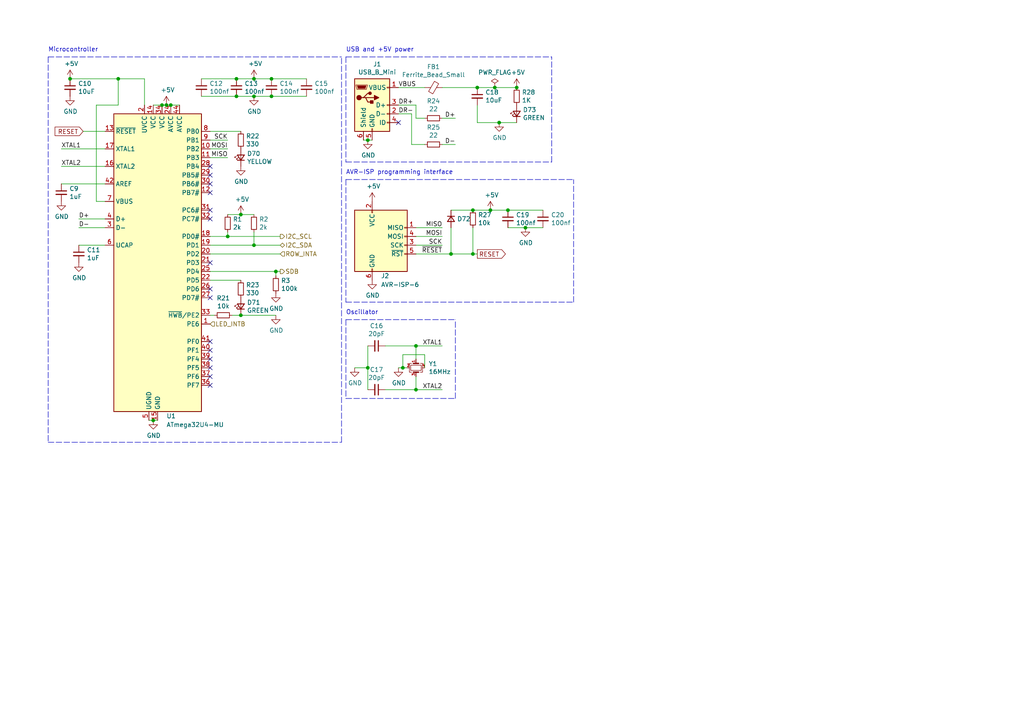
<source format=kicad_sch>
(kicad_sch (version 20211123) (generator eeschema)
  (paper "A4")
  (lib_symbols
    (symbol "Collins-FMS-3000:ATmega32U4-MU"
      (property "Reference" "U" (at -12.7 44.45 0))
      (property "Value" "ATmega32U4-MU" (at 2.54 -44.45 0))
      (symbol "ATmega32U4-MU_0_1"
        (rectangle (start -12.7 -43.18) (end 12.7 43.18) (stroke (width 0.254)) (fill (type background)))
      )
      (symbol "ATmega32U4-MU_1_1"
        (pin bidirectional line (at 15.24 -17.78 180) (length 2.54) (name "PE6") (number "1"))
        (pin bidirectional line (at 15.24 33.02 180) (length 2.54) (name "PB2") (number "10"))
        (pin bidirectional line (at 15.24 30.48 180) (length 2.54) (name "PB3") (number "11"))
        (pin bidirectional line (at 15.24 20.32 180) (length 2.54) (name "PB7#") (number "12"))
        (pin input line (at -15.24 38.1 0) (length 2.54) (name "~{RESET}") (number "13"))
        (pin power_in line (at -1.27 45.72 270) (length 2.54) (name "VCC") (number "14"))
        (pin power_in line (at 0 -45.72 90) (length 2.54) (name "GND") (number "15"))
        (pin output line (at -15.24 27.94 0) (length 2.54) (name "XTAL2") (number "16"))
        (pin input line (at -15.24 33.02 0) (length 2.54) (name "XTAL1") (number "17"))
        (pin bidirectional line (at 15.24 7.62 180) (length 2.54) (name "PD0#") (number "18"))
        (pin bidirectional line (at 15.24 5.08 180) (length 2.54) (name "PD1") (number "19"))
        (pin power_in line (at -3.81 45.72 270) (length 2.54) (name "UVCC") (number "2"))
        (pin bidirectional line (at 15.24 2.54 180) (length 2.54) (name "PD2") (number "20"))
        (pin bidirectional line (at 15.24 0 180) (length 2.54) (name "PD3") (number "21"))
        (pin bidirectional line (at 15.24 -5.08 180) (length 2.54) (name "PD5") (number "22"))
        (pin passive line (at 0 -45.72 90) (length 2.54) hide (name "GND") (number "23"))
        (pin power_in line (at 3.81 45.72 270) (length 2.54) (name "AVCC") (number "24"))
        (pin bidirectional line (at 15.24 -2.54 180) (length 2.54) (name "PD4") (number "25"))
        (pin bidirectional line (at 15.24 -7.62 180) (length 2.54) (name "PD6") (number "26"))
        (pin bidirectional line (at 15.24 -10.16 180) (length 2.54) (name "PD7#") (number "27"))
        (pin bidirectional line (at 15.24 27.94 180) (length 2.54) (name "PB4") (number "28"))
        (pin bidirectional line (at 15.24 25.4 180) (length 2.54) (name "PB5#") (number "29"))
        (pin bidirectional line (at -15.24 10.16 0) (length 2.54) (name "D-") (number "3"))
        (pin bidirectional line (at 15.24 22.86 180) (length 2.54) (name "PB6#") (number "30"))
        (pin bidirectional line (at 15.24 15.24 180) (length 2.54) (name "PC6#") (number "31"))
        (pin bidirectional line (at 15.24 12.7 180) (length 2.54) (name "PC7#") (number "32"))
        (pin bidirectional line (at 15.24 -15.24 180) (length 2.54) (name "~{HWB}/PE2") (number "33"))
        (pin power_in line (at 1.27 45.72 270) (length 2.54) (name "VCC") (number "34"))
        (pin passive line (at 0 -45.72 90) (length 2.54) hide (name "GND") (number "35"))
        (pin bidirectional line (at 15.24 -35.56 180) (length 2.54) (name "PF7") (number "36"))
        (pin bidirectional line (at 15.24 -33.02 180) (length 2.54) (name "PF6") (number "37"))
        (pin bidirectional line (at 15.24 -30.48 180) (length 2.54) (name "PF5") (number "38"))
        (pin bidirectional line (at 15.24 -27.94 180) (length 2.54) (name "PF4") (number "39"))
        (pin bidirectional line (at -15.24 12.7 0) (length 2.54) (name "D+") (number "4"))
        (pin bidirectional line (at 15.24 -25.4 180) (length 2.54) (name "PF1") (number "40"))
        (pin bidirectional line (at 15.24 -22.86 180) (length 2.54) (name "PF0") (number "41"))
        (pin passive line (at -15.24 22.86 0) (length 2.54) (name "AREF") (number "42"))
        (pin passive line (at 0 -45.72 90) (length 2.54) hide (name "GND") (number "43"))
        (pin power_in line (at 6.35 45.72 270) (length 2.54) (name "AVCC") (number "44"))
        (pin passive line (at 0 -45.72 90) (length 2.54) hide (name "GND") (number "45"))
        (pin passive line (at -2.54 -45.72 90) (length 2.54) (name "UGND") (number "5"))
        (pin passive line (at -15.24 5.08 0) (length 2.54) (name "UCAP") (number "6"))
        (pin input line (at -15.24 17.78 0) (length 2.54) (name "VBUS") (number "7"))
        (pin bidirectional line (at 15.24 38.1 180) (length 2.54) (name "PB0") (number "8"))
        (pin bidirectional line (at 15.24 35.56 180) (length 2.54) (name "PB1") (number "9"))
      )
    )
    (symbol "Connector:AVR-ISP-6" (pin_names (offset 1.016))
      (property "Reference" "J" (at -6.35 11.43 0))
      (property "Value" "AVR-ISP-6" (at 0 11.43 0))
      (symbol "AVR-ISP-6_0_1"
        (rectangle (start -2.667 -6.858) (end -2.413 -7.62))
        (rectangle (start -2.667 10.16) (end -2.413 9.398))
        (rectangle (start 7.62 -2.413) (end 6.858 -2.667))
        (rectangle (start 7.62 0.127) (end 6.858 -0.127))
        (rectangle (start 7.62 2.667) (end 6.858 2.413))
        (rectangle (start 7.62 5.207) (end 6.858 4.953))
        (rectangle (start 7.62 10.16) (end -7.62 -7.62) (stroke (width 0.254)) (fill (type background)))
      )
      (symbol "AVR-ISP-6_1_1"
        (pin passive line (at 10.16 5.08 180) (length 2.54) (name "MISO") (number "1"))
        (pin passive line (at -2.54 12.7 270) (length 2.54) (name "VCC") (number "2"))
        (pin passive line (at 10.16 0 180) (length 2.54) (name "SCK") (number "3"))
        (pin passive line (at 10.16 2.54 180) (length 2.54) (name "MOSI") (number "4"))
        (pin passive line (at 10.16 -2.54 180) (length 2.54) (name "~{RST}") (number "5"))
        (pin passive line (at -2.54 -10.16 90) (length 2.54) (name "GND") (number "6"))
      )
    )
    (symbol "Connector:USB_B_Mini" (pin_names (offset 1.016))
      (property "Reference" "J" (at -5.08 11.43 0))
      (property "Value" "USB_B_Mini" (at -5.08 8.89 0))
      (symbol "USB_B_Mini_0_1"
        (rectangle (start -5.08 -7.62) (end 5.08 7.62) (stroke (width 0.254)) (fill (type background)))
        (circle (center -3.81 2.159) (radius 0.635) (stroke (width 0.254)) (fill (type outline)))
        (circle (center -0.635 3.429) (radius 0.381) (stroke (width 0.254)) (fill (type outline)))
        (rectangle (start -0.127 -7.62) (end 0.127 -6.858))
        (polyline (pts (xy -1.905 2.159) (xy 0.635 2.159)) (stroke (width 0.254)))
        (polyline (pts (xy -3.175 2.159) (xy -2.54 2.159) (xy -1.27 3.429) (xy -0.635 3.429)) (stroke (width 0.254)))
        (polyline (pts (xy -2.54 2.159) (xy -1.905 2.159) (xy -1.27 0.889) (xy 0 0.889)) (stroke (width 0.254)))
        (polyline (pts (xy 0.635 2.794) (xy 0.635 1.524) (xy 1.905 2.159) (xy 0.635 2.794)) (stroke (width 0.254)) (fill (type outline)))
        (polyline (pts (xy -4.318 5.588) (xy -1.778 5.588) (xy -2.032 4.826) (xy -4.064 4.826) (xy -4.318 5.588)) (fill (type outline)))
        (polyline (pts (xy -4.699 5.842) (xy -4.699 5.588) (xy -4.445 4.826) (xy -4.445 4.572) (xy -1.651 4.572) (xy -1.651 4.826) (xy -1.397 5.588) (xy -1.397 5.842) (xy -4.699 5.842)))
        (rectangle (start 0.254 1.27) (end -0.508 0.508) (stroke (width 0.254)) (fill (type outline)))
        (rectangle (start 5.08 -5.207) (end 4.318 -4.953))
        (rectangle (start 5.08 -2.667) (end 4.318 -2.413))
        (rectangle (start 5.08 -0.127) (end 4.318 0.127))
        (rectangle (start 5.08 4.953) (end 4.318 5.207))
      )
      (symbol "USB_B_Mini_1_1"
        (pin power_out line (at 7.62 5.08 180) (length 2.54) (name "VBUS") (number "1"))
        (pin bidirectional line (at 7.62 -2.54 180) (length 2.54) (name "D-") (number "2"))
        (pin bidirectional line (at 7.62 0 180) (length 2.54) (name "D+") (number "3"))
        (pin passive line (at 7.62 -5.08 180) (length 2.54) (name "ID") (number "4"))
        (pin power_out line (at 0 -10.16 90) (length 2.54) (name "GND") (number "5"))
        (pin passive line (at -2.54 -10.16 90) (length 2.54) (name "Shield") (number "6"))
      )
    )
    (symbol "Device:C_Small" (pin_numbers hide) (pin_names (offset 0.254) hide)
      (property "Reference" "C" (at 0.254 1.778 0))
      (property "Value" "C_Small" (at 0.254 -2.032 0))
      (symbol "C_Small_0_1"
        (polyline (pts (xy -1.524 -0.508) (xy 1.524 -0.508)) (stroke (width 0.3302)))
        (polyline (pts (xy -1.524 0.508) (xy 1.524 0.508)) (stroke (width 0.3048)))
      )
      (symbol "C_Small_1_1"
        (pin passive line (at 0 2.54 270) (length 2.032) (name "~") (number "1"))
        (pin passive line (at 0 -2.54 90) (length 2.032) (name "~") (number "2"))
      )
    )
    (symbol "Device:Crystal_GND24_Small" (pin_names (offset 1.016) hide)
      (property "Reference" "Y" (at 1.27 4.445 0))
      (property "Value" "Crystal_GND24_Small" (at 1.27 2.54 0))
      (symbol "Crystal_GND24_Small_0_1"
        (rectangle (start -0.762 -1.524) (end 0.762 1.524))
        (polyline (pts (xy -1.27 -0.762) (xy -1.27 0.762)) (stroke (width 0.381)))
        (polyline (pts (xy 1.27 -0.762) (xy 1.27 0.762)) (stroke (width 0.381)))
        (polyline (pts (xy -1.27 -1.27) (xy -1.27 -1.905) (xy 1.27 -1.905) (xy 1.27 -1.27)))
        (polyline (pts (xy -1.27 1.27) (xy -1.27 1.905) (xy 1.27 1.905) (xy 1.27 1.27)))
      )
      (symbol "Crystal_GND24_Small_1_1"
        (pin passive line (at -2.54 0 0) (length 1.27) (name "1") (number "1"))
        (pin passive line (at 0 -2.54 90) (length 0.635) (name "2") (number "2"))
        (pin passive line (at 2.54 0 180) (length 1.27) (name "3") (number "3"))
        (pin passive line (at 0 2.54 270) (length 0.635) (name "4") (number "4"))
      )
    )
    (symbol "Device:D_Small" (pin_numbers hide) (pin_names (offset 0.254) hide)
      (property "Reference" "D" (at -1.27 2.032 0))
      (property "Value" "D_Small" (at -3.81 -2.032 0))
      (symbol "D_Small_0_1"
        (polyline (pts (xy -0.762 -1.016) (xy -0.762 1.016)) (stroke (width 0.254)))
        (polyline (pts (xy -0.762 0) (xy 0.762 0)))
        (polyline (pts (xy 0.762 -1.016) (xy -0.762 0) (xy 0.762 1.016) (xy 0.762 -1.016)) (stroke (width 0.254)))
      )
      (symbol "D_Small_1_1"
        (pin passive line (at -2.54 0 0) (length 1.778) (name "K") (number "1"))
        (pin passive line (at 2.54 0 180) (length 1.778) (name "A") (number "2"))
      )
    )
    (symbol "Device:Ferrite_Bead_Small" (pin_numbers hide) (pin_names (offset 0))
      (property "Reference" "FB" (at 1.905 1.27 0))
      (property "Value" "Device_Ferrite_Bead_Small" (at 1.905 -1.27 0))
      (symbol "Ferrite_Bead_Small_0_1"
        (polyline (pts (xy 0 -1.27) (xy 0 -0.7874)))
        (polyline (pts (xy 0 0.889) (xy 0 1.2954)))
        (polyline (pts (xy -1.8288 0.2794) (xy -1.1176 1.4986) (xy 1.8288 -0.2032) (xy 1.1176 -1.4224) (xy -1.8288 0.2794)))
      )
      (symbol "Ferrite_Bead_Small_1_1"
        (pin passive line (at 0 2.54 270) (length 1.27) (name "~") (number "1"))
        (pin passive line (at 0 -2.54 90) (length 1.27) (name "~") (number "2"))
      )
    )
    (symbol "Device:LED_Small" (pin_numbers hide) (pin_names (offset 0.254) hide)
      (property "Reference" "D" (at -1.27 3.175 0))
      (property "Value" "LED_Small" (at -4.445 -2.54 0))
      (symbol "LED_Small_0_1"
        (polyline (pts (xy -0.762 -1.016) (xy -0.762 1.016)) (stroke (width 0.254)))
        (polyline (pts (xy 1.016 0) (xy -0.762 0)))
        (polyline (pts (xy 0.762 -1.016) (xy -0.762 0) (xy 0.762 1.016) (xy 0.762 -1.016)) (stroke (width 0.254)))
        (polyline (pts (xy 0 0.762) (xy -0.508 1.27) (xy -0.254 1.27) (xy -0.508 1.27) (xy -0.508 1.016)))
        (polyline (pts (xy 0.508 1.27) (xy 0 1.778) (xy 0.254 1.778) (xy 0 1.778) (xy 0 1.524)))
      )
      (symbol "LED_Small_1_1"
        (pin passive line (at -2.54 0 0) (length 1.778) (name "K") (number "1"))
        (pin passive line (at 2.54 0 180) (length 1.778) (name "A") (number "2"))
      )
    )
    (symbol "Device:R_Small" (pin_numbers hide) (pin_names (offset 0.254) hide)
      (property "Reference" "R" (at 0.762 0.508 0))
      (property "Value" "R_Small" (at 0.762 -1.016 0))
      (symbol "R_Small_0_1"
        (rectangle (start -0.762 1.778) (end 0.762 -1.778) (stroke (width 0.2032)))
      )
      (symbol "R_Small_1_1"
        (pin passive line (at 0 2.54 270) (length 0.762) (name "~") (number "1"))
        (pin passive line (at 0 -2.54 90) (length 0.762) (name "~") (number "2"))
      )
    )
    (symbol "power:+5V" (power) (pin_names (offset 0))
      (property "Value" "+5V" (at 0 3.556 0))
      (symbol "+5V_0_1"
        (polyline (pts (xy -0.762 1.27) (xy 0 2.54)))
        (polyline (pts (xy 0 0) (xy 0 2.54)))
        (polyline (pts (xy 0 2.54) (xy 0.762 1.27)))
      )
      (symbol "+5V_1_1"
        (pin power_in line (at 0 0 90) (length 0) hide (name "+5V") (number "1"))
      )
    )
    (symbol "power:GND" (power) (pin_names (offset 0))
      (property "Value" "GND" (at 0 -3.81 0))
      (symbol "GND_0_1"
        (polyline (pts (xy 0 0) (xy 0 -1.27) (xy 1.27 -1.27) (xy 0 -2.54) (xy -1.27 -1.27) (xy 0 -1.27)))
      )
      (symbol "GND_1_1"
        (pin power_in line (at 0 0 270) (length 0) hide (name "GND") (number "1"))
      )
    )
    (symbol "power:PWR_FLAG" (power) (pin_numbers hide) (pin_names (offset 0) hide)
      (property "Value" "PWR_FLAG" (at 0 3.81 0))
      (symbol "PWR_FLAG_0_0"
        (pin power_out line (at 0 0 90) (length 0) (name "pwr") (number "1"))
      )
      (symbol "PWR_FLAG_0_1"
        (polyline (pts (xy 0 0) (xy 0 1.27) (xy -1.016 1.905) (xy 0 2.54) (xy 1.016 1.905) (xy 0 1.27)))
      )
    )
  )
  (junction (at 66.04 68.58))
  (junction (at 68.58 22.86))
  (junction (at 68.58 27.94))
  (junction (at 78.74 27.94))
  (junction (at 120.65 113.03))
  (junction (at 138.43 25.4))
  (junction (at 120.65 100.33))
  (junction (at 144.78 35.56))
  (junction (at 49.53 30.48))
  (junction (at 116.84 106.68))
  (junction (at 44.45 121.92))
  (junction (at 73.66 27.94))
  (junction (at 137.16 60.96))
  (junction (at 20.32 22.86))
  (junction (at 78.74 22.86))
  (junction (at 147.32 60.96))
  (junction (at 73.66 71.12))
  (junction (at 69.85 91.44))
  (junction (at 46.99 30.48))
  (junction (at 137.16 73.66))
  (junction (at 73.66 22.86))
  (junction (at 106.68 40.64))
  (junction (at 130.81 73.66))
  (junction (at 34.29 22.86))
  (junction (at 48.26 30.48))
  (junction (at 69.85 62.23))
  (junction (at 149.86 25.4))
  (junction (at 106.68 106.68))
  (junction (at 152.4 66.04))
  (junction (at 80.01 78.74))
  (junction (at 142.24 60.96))
  (junction (at 143.51 25.4))
  (no_connect (at 60.96 109.22))
  (no_connect (at 60.96 55.88))
  (no_connect (at 60.96 76.2))
  (no_connect (at 115.57 35.56))
  (no_connect (at 60.96 83.82))
  (no_connect (at 60.96 111.76))
  (no_connect (at 60.96 106.68))
  (no_connect (at 60.96 101.6))
  (no_connect (at 60.96 48.26))
  (no_connect (at 60.96 63.5))
  (no_connect (at 60.96 86.36))
  (no_connect (at 60.96 50.8))
  (no_connect (at 60.96 99.06))
  (no_connect (at 60.96 53.34))
  (no_connect (at 60.96 60.96))
  (no_connect (at 60.96 104.14))
  (polyline (pts (xy 13.97 16.51) (xy 99.06 16.51)))
  (polyline (pts (xy 100.33 92.71) (xy 132.08 92.71)))
  (wire (pts (xy 66.04 62.23) (xy 69.85 62.23)))
  (wire (pts (xy 106.68 100.33) (xy 106.68 106.68)))
  (polyline (pts (xy 99.06 128.27) (xy 99.06 16.51)))
  (wire (pts (xy 120.65 73.66) (xy 130.81 73.66)))
  (wire (pts (xy 34.29 30.48) (xy 27.94 30.48)))
  (wire (pts (xy 81.28 73.66) (xy 60.96 73.66)))
  (wire (pts (xy 120.65 109.22) (xy 120.65 113.03)))
  (wire (pts (xy 106.68 106.68) (xy 102.87 106.68)))
  (polyline (pts (xy 100.33 115.57) (xy 132.08 115.57)))
  (wire (pts (xy 34.29 22.86) (xy 34.29 30.48)))
  (wire (pts (xy 34.29 22.86) (xy 20.32 22.86)))
  (wire (pts (xy 142.24 60.96) (xy 147.32 60.96)))
  (wire (pts (xy 120.65 66.04) (xy 128.27 66.04)))
  (wire (pts (xy 115.57 30.48) (xy 120.65 30.48)))
  (wire (pts (xy 27.94 30.48) (xy 27.94 58.42)))
  (wire (pts (xy 73.66 22.86) (xy 78.74 22.86)))
  (wire (pts (xy 60.96 78.74) (xy 80.01 78.74)))
  (wire (pts (xy 120.65 113.03) (xy 128.27 113.03)))
  (wire (pts (xy 60.96 43.18) (xy 66.04 43.18)))
  (wire (pts (xy 27.94 58.42) (xy 30.48 58.42)))
  (wire (pts (xy 80.01 91.44) (xy 69.85 91.44)))
  (polyline (pts (xy 100.33 92.71) (xy 100.33 115.57)))
  (wire (pts (xy 147.32 60.96) (xy 157.48 60.96)))
  (wire (pts (xy 30.48 63.5) (xy 22.86 63.5)))
  (wire (pts (xy 88.9 27.94) (xy 78.74 27.94)))
  (wire (pts (xy 44.45 30.48) (xy 46.99 30.48)))
  (wire (pts (xy 60.96 45.72) (xy 66.04 45.72)))
  (wire (pts (xy 111.76 100.33) (xy 120.65 100.33)))
  (wire (pts (xy 30.48 48.26) (xy 17.78 48.26)))
  (wire (pts (xy 60.96 68.58) (xy 66.04 68.58)))
  (wire (pts (xy 115.57 33.02) (xy 119.38 33.02)))
  (wire (pts (xy 60.96 40.64) (xy 66.04 40.64)))
  (wire (pts (xy 30.48 53.34) (xy 17.78 53.34)))
  (wire (pts (xy 130.81 66.04) (xy 130.81 73.66)))
  (wire (pts (xy 80.01 80.01) (xy 80.01 78.74)))
  (wire (pts (xy 130.81 73.66) (xy 137.16 73.66)))
  (wire (pts (xy 128.27 25.4) (xy 138.43 25.4)))
  (wire (pts (xy 120.65 113.03) (xy 111.76 113.03)))
  (wire (pts (xy 130.81 60.96) (xy 137.16 60.96)))
  (wire (pts (xy 66.04 68.58) (xy 81.28 68.58)))
  (wire (pts (xy 120.65 30.48) (xy 120.65 34.29)))
  (wire (pts (xy 106.68 106.68) (xy 106.68 113.03)))
  (wire (pts (xy 41.91 22.86) (xy 34.29 22.86)))
  (wire (pts (xy 123.19 102.87) (xy 116.84 102.87)))
  (wire (pts (xy 106.68 40.64) (xy 107.95 40.64)))
  (wire (pts (xy 149.86 25.4) (xy 143.51 25.4)))
  (wire (pts (xy 138.43 30.48) (xy 138.43 35.56)))
  (polyline (pts (xy 100.33 16.51) (xy 160.02 16.51)))
  (wire (pts (xy 73.66 71.12) (xy 81.28 71.12)))
  (wire (pts (xy 115.57 25.4) (xy 123.19 25.4)))
  (wire (pts (xy 116.84 102.87) (xy 116.84 106.68)))
  (wire (pts (xy 123.19 106.68) (xy 123.19 102.87)))
  (wire (pts (xy 46.99 30.48) (xy 48.26 30.48)))
  (wire (pts (xy 30.48 66.04) (xy 22.86 66.04)))
  (wire (pts (xy 73.66 71.12) (xy 73.66 67.31)))
  (wire (pts (xy 147.32 66.04) (xy 152.4 66.04)))
  (wire (pts (xy 68.58 22.86) (xy 73.66 22.86)))
  (wire (pts (xy 30.48 43.18) (xy 17.78 43.18)))
  (wire (pts (xy 67.31 91.44) (xy 69.85 91.44)))
  (wire (pts (xy 69.85 62.23) (xy 73.66 62.23)))
  (wire (pts (xy 68.58 27.94) (xy 58.42 27.94)))
  (wire (pts (xy 105.41 40.64) (xy 106.68 40.64)))
  (polyline (pts (xy 13.97 16.51) (xy 13.97 128.27)))
  (wire (pts (xy 120.65 71.12) (xy 128.27 71.12)))
  (polyline (pts (xy 100.33 52.07) (xy 100.33 87.63)))
  (wire (pts (xy 60.96 71.12) (xy 73.66 71.12)))
  (wire (pts (xy 48.26 30.48) (xy 49.53 30.48)))
  (wire (pts (xy 137.16 73.66) (xy 137.16 66.04)))
  (wire (pts (xy 138.43 73.66) (xy 137.16 73.66)))
  (wire (pts (xy 120.65 100.33) (xy 120.65 104.14)))
  (wire (pts (xy 73.66 27.94) (xy 68.58 27.94)))
  (wire (pts (xy 116.84 106.68) (xy 115.57 106.68)))
  (wire (pts (xy 119.38 33.02) (xy 119.38 41.91)))
  (wire (pts (xy 120.65 34.29) (xy 123.19 34.29)))
  (wire (pts (xy 58.42 22.86) (xy 68.58 22.86)))
  (wire (pts (xy 78.74 22.86) (xy 88.9 22.86)))
  (wire (pts (xy 43.18 121.92) (xy 44.45 121.92)))
  (wire (pts (xy 81.28 78.74) (xy 80.01 78.74)))
  (wire (pts (xy 119.38 41.91) (xy 123.19 41.91)))
  (polyline (pts (xy 100.33 46.99) (xy 160.02 46.99)))
  (wire (pts (xy 30.48 71.12) (xy 22.86 71.12)))
  (wire (pts (xy 128.27 41.91) (xy 132.08 41.91)))
  (wire (pts (xy 52.07 30.48) (xy 49.53 30.48)))
  (wire (pts (xy 137.16 60.96) (xy 142.24 60.96)))
  (wire (pts (xy 41.91 30.48) (xy 41.91 22.86)))
  (wire (pts (xy 60.96 81.28) (xy 69.85 81.28)))
  (polyline (pts (xy 100.33 16.51) (xy 100.33 46.99)))
  (wire (pts (xy 30.48 38.1) (xy 24.13 38.1)))
  (wire (pts (xy 120.65 100.33) (xy 128.27 100.33)))
  (wire (pts (xy 138.43 35.56) (xy 144.78 35.56)))
  (polyline (pts (xy 160.02 46.99) (xy 160.02 16.51)))
  (wire (pts (xy 144.78 35.56) (xy 149.86 35.56)))
  (polyline (pts (xy 166.37 87.63) (xy 166.37 52.07)))
  (wire (pts (xy 152.4 66.04) (xy 157.48 66.04)))
  (wire (pts (xy 66.04 68.58) (xy 66.04 67.31)))
  (polyline (pts (xy 132.08 115.57) (xy 132.08 92.71)))
  (wire (pts (xy 116.84 106.68) (xy 118.11 106.68)))
  (wire (pts (xy 143.51 25.4) (xy 138.43 25.4)))
  (wire (pts (xy 44.45 121.92) (xy 45.72 121.92)))
  (wire (pts (xy 60.96 91.44) (xy 62.23 91.44)))
  (wire (pts (xy 78.74 27.94) (xy 73.66 27.94)))
  (polyline (pts (xy 100.33 87.63) (xy 166.37 87.63)))
  (wire (pts (xy 120.65 68.58) (xy 128.27 68.58)))
  (wire (pts (xy 60.96 38.1) (xy 69.85 38.1)))
  (polyline (pts (xy 100.33 52.07) (xy 166.37 52.07)))
  (wire (pts (xy 128.27 34.29) (xy 132.08 34.29)))
  (polyline (pts (xy 13.97 128.27) (xy 99.06 128.27)))
  (text "Oscillator" (at 100.33 91.44 0) (effects (font (size 1.27 1.27)) (justify left bottom)))
  (text "Microcontroller" (at 13.97 15.24 0) (effects (font (size 1.27 1.27)) (justify left bottom)))
  (text "AVR-ISP programming interface" (at 100.33 50.8 0) (effects (font (size 1.27 1.27)) (justify left bottom)))
  (text "USB and +5V power" (at 100.33 15.24 0) (effects (font (size 1.27 1.27)) (justify left bottom)))
  (label "SCK" (at 66.04 40.64 180))
  (label "DR+" (at 115.57 30.48 0))
  (label "XTAL2" (at 17.78 48.26 0))
  (label "VBUS" (at 115.57 25.4 0))
  (label "XTAL1" (at 17.78 43.18 0))
  (label "D+" (at 22.86 63.5 0))
  (label "MOSI" (at 66.04 43.18 180))
  (label "DR-" (at 115.57 33.02 0))
  (label "MOSI" (at 128.27 68.58 180))
  (label "~{RESET}" (at 128.27 73.66 180))
  (label "D+" (at 132.08 34.29 180))
  (label "SCK" (at 128.27 71.12 180))
  (label "MISO" (at 128.27 66.04 180))
  (label "XTAL1" (at 128.27 100.33 180))
  (label "XTAL2" (at 128.27 113.03 180))
  (label "MISO" (at 66.04 45.72 180))
  (label "D-" (at 132.08 41.91 180))
  (label "D-" (at 22.86 66.04 0))
  (global_label "RESET" (shape input) (at 24.13 38.1 180) (property "Intersheet References" "${INTERSHEET_REFS}" (effects hide)))
  (global_label "RESET" (shape output) (at 138.43 73.66 0) (property "Intersheet References" "${INTERSHEET_REFS}" (effects hide)))
  (hierarchical_label "SDB" (shape output) (at 81.28 78.74 0))
  (hierarchical_label "I2C_SDA" (shape bidirectional) (at 81.28 71.12 0))
  (hierarchical_label "LED_INTB" (shape input) (at 60.96 93.98 0))
  (hierarchical_label "I2C_SCL" (shape output) (at 81.28 68.58 0))
  (hierarchical_label "ROW_INTA" (shape input) (at 81.28 73.66 0))
  (symbol (lib_id "Collins-FMS-3000:ATmega32U4-MU") (at 45.72 76.2 0) (unit 1)
    (property "Reference" "U1" (at 48.26 120.65 0) (effects (justify left)))
    (property "Value" "ATmega32U4-MU" (at 48.26 123.19 0) (effects (justify left)))
    (property "Footprint" "Package_QFP:TQFP-44-1EP_10x10mm_P0.8mm_EP4.5x4.5mm" (effects hide))
    (property "Datasheet" "http://ww1.microchip.com/downloads/en/DeviceDoc/Atmel-7766-8-bit-AVR-ATmega16U4-32U4_Datasheet.pdf" (effects hide))
  )
  (symbol (lib_id "Device:R_Small") (at 66.04 64.77 0) (unit 1)
    (property "Reference" "R1" (at 67.5386 63.6016 0) (effects (justify left)))
    (property "Value" "2k" (at 67.5386 65.913 0) (effects (justify left)))
    (property "Footprint" "Resistor_SMD:R_0805_2012Metric_Pad1.20x1.40mm_HandSolder" (effects hide))
    (property "JLC" "0805" (effects hide))
    (property "LCSC" "C17604" (effects hide))
  )
  (symbol (lib_id "Device:R_Small") (at 73.66 64.77 0) (unit 1)
    (property "Reference" "R2" (at 75.1586 63.6016 0) (effects (justify left)))
    (property "Value" "2k" (at 75.1586 65.913 0) (effects (justify left)))
    (property "Footprint" "Resistor_SMD:R_0805_2012Metric_Pad1.20x1.40mm_HandSolder" (effects hide))
    (property "JLC" "0805" (effects hide))
    (property "LCSC" "C17604" (effects hide))
  )
  (symbol (lib_id "power:+5V") (at 69.85 62.23 0) (unit 1)
    (property "Reference" "#PWR06" (effects hide))
    (property "Value" "+5V" (at 70.231 57.8358 0))
  )
  (symbol (lib_id "Device:R_Small") (at 80.01 82.55 0) (unit 1)
    (property "Reference" "R3" (at 81.5086 81.3816 0) (effects (justify left)))
    (property "Value" "100k" (at 81.5086 83.693 0) (effects (justify left)))
    (property "Footprint" "Resistor_SMD:R_0603_1608Metric" (effects hide))
    (property "JLC" "0603" (effects hide))
    (property "LCSC" "C25803" (effects hide))
  )
  (symbol (lib_id "power:GND") (at 80.01 85.09 0) (unit 1)
    (property "Reference" "#PWR012" (effects hide))
    (property "Value" "GND" (at 80.137 89.4842 0))
  )
  (symbol (lib_id "power:+5V") (at 48.26 30.48 0) (unit 1)
    (property "Reference" "#PWR0111" (effects hide))
    (property "Value" "+5V" (at 48.641 26.0858 0))
  )
  (symbol (lib_id "Device:C_Small") (at 20.32 25.4 0) (unit 1)
    (property "Reference" "C10" (at 22.6568 24.2316 0) (effects (justify left)))
    (property "Value" "10uF" (at 22.6568 26.543 0) (effects (justify left)))
    (property "Footprint" "Capacitor_SMD:C_0603_1608Metric" (effects hide))
    (property "JLC" "0603" (effects hide))
    (property "LCSC" "C96446" (effects hide))
  )
  (symbol (lib_id "power:+5V") (at 20.32 22.86 0) (unit 1)
    (property "Reference" "#PWR0112" (effects hide))
    (property "Value" "+5V" (at 20.701 18.4658 0))
  )
  (symbol (lib_id "power:GND") (at 20.32 27.94 0) (unit 1)
    (property "Reference" "#PWR0113" (effects hide))
    (property "Value" "GND" (at 20.447 32.3342 0))
  )
  (symbol (lib_id "Device:C_Small") (at 17.78 55.88 0) (unit 1)
    (property "Reference" "C9" (at 20.1168 54.7116 0) (effects (justify left)))
    (property "Value" "1uF" (at 20.1168 57.023 0) (effects (justify left)))
    (property "Footprint" "Collins-FMS-3000:Perfect_0402" (effects hide))
    (property "JLC" "0402" (effects hide))
    (property "LCSC" "C52923" (effects hide))
  )
  (symbol (lib_id "power:GND") (at 17.78 58.42 0) (unit 1)
    (property "Reference" "#PWR0114" (effects hide))
    (property "Value" "GND" (at 17.907 62.8142 0))
  )
  (symbol (lib_id "Device:C_Small") (at 22.86 73.66 0) (unit 1)
    (property "Reference" "C11" (at 25.1968 72.4916 0) (effects (justify left)))
    (property "Value" "1uF" (at 25.1968 74.803 0) (effects (justify left)))
    (property "Footprint" "Collins-FMS-3000:Perfect_0402" (effects hide))
    (property "JLC" "0402" (effects hide))
    (property "LCSC" "C52923" (effects hide))
  )
  (symbol (lib_id "power:GND") (at 22.86 76.2 0) (unit 1)
    (property "Reference" "#PWR0115" (effects hide))
    (property "Value" "GND" (at 22.987 80.5942 0))
  )
  (symbol (lib_id "Device:R_Small") (at 69.85 40.64 0) (unit 1)
    (property "Reference" "R22" (at 71.3486 39.4716 0) (effects (justify left)))
    (property "Value" "330" (at 71.3486 41.783 0) (effects (justify left)))
    (property "Footprint" "Collins-FMS-3000:Perfect_0402" (effects hide))
    (property "JLC" "0402" (effects hide))
    (property "LCSC" "C25104" (effects hide))
  )
  (symbol (lib_id "Device:LED_Small") (at 69.85 45.72 90) (unit 1)
    (property "Reference" "D70" (at 71.628 44.5516 90) (effects (justify right)))
    (property "Value" "YELLOW" (at 71.628 46.863 90) (effects (justify right)))
    (property "Footprint" "Collins-FMS-3000:LED_0603_1608Metric" (effects hide))
    (property "JLC" "0603" (effects hide))
    (property "LCSC" "C72038" (effects hide))
  )
  (symbol (lib_id "power:GND") (at 69.85 48.26 0) (unit 1)
    (property "Reference" "#PWR0116" (effects hide))
    (property "Value" "GND" (at 69.977 52.6542 0))
  )
  (symbol (lib_id "Device:R_Small") (at 69.85 83.82 0) (unit 1)
    (property "Reference" "R23" (at 71.3486 82.6516 0) (effects (justify left)))
    (property "Value" "330" (at 71.3486 84.963 0) (effects (justify left)))
    (property "Footprint" "Collins-FMS-3000:Perfect_0402" (effects hide))
    (property "JLC" "0402" (effects hide))
    (property "LCSC" "C25104" (effects hide))
  )
  (symbol (lib_id "Device:LED_Small") (at 69.85 88.9 90) (unit 1)
    (property "Reference" "D71" (at 71.628 87.7316 90) (effects (justify right)))
    (property "Value" "GREEN" (at 71.628 90.043 90) (effects (justify right)))
    (property "Footprint" "Collins-FMS-3000:LED_0603_1608Metric" (effects hide))
    (property "JLC" "0603" (effects hide))
    (property "LCSC" "C72043" (effects hide))
  )
  (symbol (lib_id "power:GND") (at 80.01 91.44 0) (unit 1)
    (property "Reference" "#PWR0117" (effects hide))
    (property "Value" "GND" (at 80.137 95.8342 0))
  )
  (symbol (lib_id "Device:R_Small") (at 64.77 91.44 270) (unit 1)
    (property "Reference" "R21" (at 64.77 86.4616 90))
    (property "Value" "10k" (at 64.77 88.773 90))
    (property "Footprint" "Collins-FMS-3000:Perfect_0402" (effects hide))
    (property "JLC" "0402" (effects hide))
    (property "LCSC" "C25744" (effects hide))
  )
  (symbol (lib_id "power:GND") (at 44.45 121.92 0) (unit 1)
    (property "Reference" "#PWR0118" (effects hide))
    (property "Value" "GND" (at 44.577 126.3142 0))
  )
  (symbol (lib_id "Device:C_Small") (at 58.42 25.4 0) (unit 1)
    (property "Reference" "C12" (at 60.7568 24.2316 0) (effects (justify left)))
    (property "Value" "100nf" (at 60.7568 26.543 0) (effects (justify left)))
    (property "Footprint" "Collins-FMS-3000:Perfect_0402" (effects hide))
    (property "JLC" "0402" (effects hide))
    (property "LCSC" "C1525" (effects hide))
  )
  (symbol (lib_id "Device:C_Small") (at 68.58 25.4 0) (unit 1)
    (property "Reference" "C13" (at 70.9168 24.2316 0) (effects (justify left)))
    (property "Value" "100nf" (at 70.9168 26.543 0) (effects (justify left)))
    (property "Footprint" "Collins-FMS-3000:Perfect_0402" (effects hide))
    (property "JLC" "0402" (effects hide))
    (property "LCSC" "C1525" (effects hide))
  )
  (symbol (lib_id "Device:C_Small") (at 78.74 25.4 0) (unit 1)
    (property "Reference" "C14" (at 81.0768 24.2316 0) (effects (justify left)))
    (property "Value" "100nf" (at 81.0768 26.543 0) (effects (justify left)))
    (property "Footprint" "Collins-FMS-3000:Perfect_0402" (effects hide))
    (property "JLC" "0402" (effects hide))
    (property "LCSC" "C1525" (effects hide))
  )
  (symbol (lib_id "Device:C_Small") (at 88.9 25.4 0) (unit 1)
    (property "Reference" "C15" (at 91.2368 24.2316 0) (effects (justify left)))
    (property "Value" "100nf" (at 91.2368 26.543 0) (effects (justify left)))
    (property "Footprint" "Collins-FMS-3000:Perfect_0402" (effects hide))
    (property "JLC" "0402" (effects hide))
    (property "LCSC" "C1525" (effects hide))
  )
  (symbol (lib_id "power:+5V") (at 73.66 22.86 0) (unit 1)
    (property "Reference" "#PWR0119" (effects hide))
    (property "Value" "+5V" (at 74.041 18.4658 0))
  )
  (symbol (lib_id "power:GND") (at 73.66 27.94 0) (unit 1)
    (property "Reference" "#PWR0120" (effects hide))
    (property "Value" "GND" (at 73.787 32.3342 0))
  )
  (symbol (lib_id "Connector:USB_B_Mini") (at 107.95 30.48 0) (unit 1)
    (property "Reference" "J1" (at 109.3978 18.6182 0))
    (property "Value" "USB_B_Mini" (at 109.3978 20.9296 0))
    (property "Footprint" "Collins-FMS-3000:USB_B_Mini_Amphenol_UE25BE5510H" (effects hide))
  )
  (symbol (lib_id "Device:Ferrite_Bead_Small") (at 125.73 25.4 270) (unit 1)
    (property "Reference" "FB1" (at 125.73 19.3802 90))
    (property "Value" "Ferrite_Bead_Small" (at 125.73 21.6916 90))
    (property "Footprint" "Capacitor_SMD:C_0603_1608Metric" (effects hide))
    (property "JLC" "0603" (effects hide))
    (property "LCSC" "C1002" (effects hide))
  )
  (symbol (lib_id "Device:R_Small") (at 125.73 34.29 270) (unit 1)
    (property "Reference" "R24" (at 125.73 29.3116 90))
    (property "Value" "22" (at 125.73 31.623 90))
    (property "Footprint" "Collins-FMS-3000:Perfect_0402" (effects hide))
    (property "JLC" "0402" (effects hide))
    (property "LCSC" "C25092" (effects hide))
  )
  (symbol (lib_id "Device:R_Small") (at 125.73 41.91 270) (unit 1)
    (property "Reference" "R25" (at 125.73 36.9316 90))
    (property "Value" "22" (at 125.73 39.243 90))
    (property "Footprint" "Collins-FMS-3000:Perfect_0402" (effects hide))
    (property "JLC" "0402" (effects hide))
    (property "LCSC" "C25092" (effects hide))
  )
  (symbol (lib_id "power:GND") (at 106.68 40.64 0) (unit 1)
    (property "Reference" "#PWR0121" (effects hide))
    (property "Value" "GND" (at 106.807 45.0342 0))
  )
  (symbol (lib_id "Device:C_Small") (at 138.43 27.94 0) (unit 1)
    (property "Reference" "C18" (at 140.7668 26.7716 0) (effects (justify left)))
    (property "Value" "10uF" (at 140.7668 29.083 0) (effects (justify left)))
    (property "Footprint" "Capacitor_SMD:C_0603_1608Metric" (effects hide))
    (property "JLC" "0603" (effects hide))
    (property "LCSC" "C96446" (effects hide))
  )
  (symbol (lib_id "Device:R_Small") (at 149.86 27.94 0) (unit 1)
    (property "Reference" "R28" (at 151.3586 26.7716 0) (effects (justify left)))
    (property "Value" "1K" (at 151.3586 29.083 0) (effects (justify left)))
    (property "Footprint" "Resistor_SMD:R_0603_1608Metric" (effects hide))
    (property "JLC" "0603" (effects hide))
    (property "LCSC" "C21190" (effects hide))
  )
  (symbol (lib_id "Device:LED_Small") (at 149.86 33.02 90) (unit 1)
    (property "Reference" "D73" (at 151.638 31.8516 90) (effects (justify right)))
    (property "Value" "GREEN" (at 151.638 34.163 90) (effects (justify right)))
    (property "Footprint" "Collins-FMS-3000:LED_0603_1608Metric" (effects hide))
    (property "JLC" "0603" (effects hide))
    (property "LCSC" "C72043" (effects hide))
  )
  (symbol (lib_id "power:+5V") (at 149.86 25.4 0) (unit 1)
    (property "Reference" "#PWR0122" (effects hide))
    (property "Value" "+5V" (at 150.241 21.0058 0))
  )
  (symbol (lib_id "power:GND") (at 144.78 35.56 0) (unit 1)
    (property "Reference" "#PWR0123" (effects hide))
    (property "Value" "GND" (at 144.907 39.9542 0))
  )
  (symbol (lib_id "power:PWR_FLAG") (at 143.51 25.4 0) (unit 1)
    (property "Reference" "#FLG0101" (effects hide))
    (property "Value" "PWR_FLAG" (at 143.51 21.0058 0))
  )
  (symbol (lib_id "Device:Crystal_GND24_Small") (at 120.65 106.68 270) (unit 1)
    (property "Reference" "Y1" (at 124.3076 105.5116 90) (effects (justify left)))
    (property "Value" "16MHz" (at 124.3076 107.823 90) (effects (justify left)))
    (property "Footprint" "Crystal:Crystal_SMD_3225-4Pin_3.2x2.5mm" (effects hide))
    (property "JLC" "SMD-CRY-3225_4P" (effects hide))
    (property "LCSC" "C13738" (effects hide))
  )
  (symbol (lib_id "power:GND") (at 115.57 106.68 0) (unit 1)
    (property "Reference" "#PWR0124" (effects hide))
    (property "Value" "GND" (at 115.697 111.0742 0))
  )
  (symbol (lib_id "Device:C_Small") (at 109.22 100.33 270) (unit 1)
    (property "Reference" "C16" (at 109.22 94.5134 90))
    (property "Value" "20pF" (at 109.22 96.8248 90))
    (property "Footprint" "Collins-FMS-3000:Perfect_0402" (effects hide))
    (property "JLC" "0402" (effects hide))
    (property "LCSC" "C1554" (effects hide))
  )
  (symbol (lib_id "Device:C_Small") (at 109.22 113.03 270) (unit 1)
    (property "Reference" "C17" (at 109.22 107.2134 90))
    (property "Value" "20pF" (at 109.22 109.5248 90))
    (property "Footprint" "Collins-FMS-3000:Perfect_0402" (effects hide))
    (property "JLC" "0402" (effects hide))
    (property "LCSC" "C1554" (effects hide))
  )
  (symbol (lib_id "power:GND") (at 102.87 106.68 0) (unit 1)
    (property "Reference" "#PWR0125" (effects hide))
    (property "Value" "GND" (at 102.997 111.0742 0))
  )
  (symbol (lib_id "power:+5V") (at 142.24 60.96 0) (unit 1)
    (property "Reference" "#PWR0126" (effects hide))
    (property "Value" "+5V" (at 142.621 56.5658 0))
  )
  (symbol (lib_id "power:GND") (at 152.4 66.04 0) (unit 1)
    (property "Reference" "#PWR0127" (effects hide))
    (property "Value" "GND" (at 152.527 70.4342 0))
  )
  (symbol (lib_id "Device:C_Small") (at 157.48 63.5 0) (unit 1)
    (property "Reference" "C20" (at 159.8168 62.3316 0) (effects (justify left)))
    (property "Value" "100nf" (at 159.8168 64.643 0) (effects (justify left)))
    (property "Footprint" "Collins-FMS-3000:Perfect_0402" (effects hide))
    (property "JLC" "0402" (effects hide))
    (property "LCSC" "C1525" (effects hide))
  )
  (symbol (lib_id "Device:C_Small") (at 147.32 63.5 0) (unit 1)
    (property "Reference" "C19" (at 149.6568 62.3316 0) (effects (justify left)))
    (property "Value" "100nf" (at 149.6568 64.643 0) (effects (justify left)))
    (property "Footprint" "Collins-FMS-3000:Perfect_0402" (effects hide))
    (property "JLC" "0402" (effects hide))
    (property "LCSC" "C1525" (effects hide))
  )
  (symbol (lib_id "Device:R_Small") (at 137.16 63.5 0) (unit 1)
    (property "Reference" "R27" (at 138.6586 62.3316 0) (effects (justify left)))
    (property "Value" "10k" (at 138.6586 64.643 0) (effects (justify left)))
    (property "Footprint" "Collins-FMS-3000:Perfect_0402" (effects hide))
    (property "JLC" "0402" (effects hide))
    (property "LCSC" "C25744" (effects hide))
  )
  (symbol (lib_id "Device:D_Small") (at 130.81 63.5 270) (unit 1)
    (property "Reference" "D72" (at 132.588 63.5 90) (effects (justify left)))
    (property "Value" "D_Small" (effects hide))
    (property "Footprint" "Diode_SMD:D_SOD-323F" (effects hide))
    (property "JLC" "SOD-323F" (effects hide))
    (property "LCSC" "C2128" (effects hide))
  )
  (symbol (lib_id "power:GND") (at 107.95 81.28 0) (unit 1)
    (property "Reference" "#PWR0129" (effects hide))
    (property "Value" "GND" (at 108.077 85.6742 0))
  )
  (symbol (lib_id "power:+5V") (at 107.95 58.42 0) (unit 1)
    (property "Reference" "#PWR0130" (effects hide))
    (property "Value" "+5V" (at 108.331 54.0258 0))
  )
  (symbol (lib_id "Connector:AVR-ISP-6") (at 110.49 71.12 0) (unit 1)
    (property "Reference" "J2" (at 110.49 80.01 0) (effects (justify left)))
    (property "Value" "AVR-ISP-6" (at 110.49 82.55 0) (effects (justify left)))
    (property "Footprint" "Connector:Tag-Connect_TC2030-IDC-NL_2x03_P1.27mm_Vertical" (effects hide))
    (property "Datasheet" " ~" (effects hide))
  )
)
</source>
